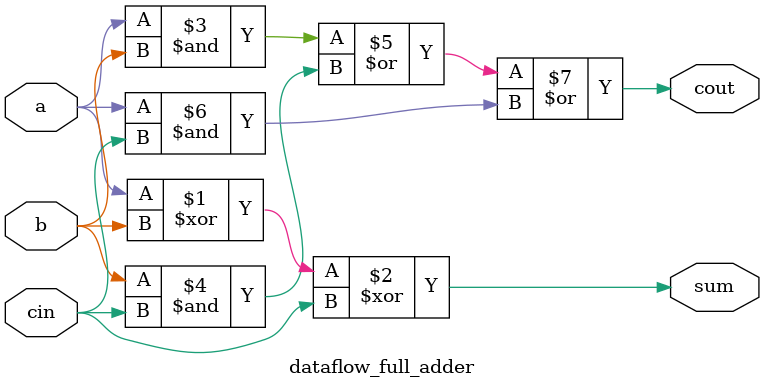
<source format=v>
module dataflow_full_adder (
  input a,
  input b,
  input cin,
  output sum,
  output cout
);

  assign sum = (a ^ b) ^ cin;
  assign cout = (a & b) | (b & cin) | (a & cin);

endmodule

</source>
